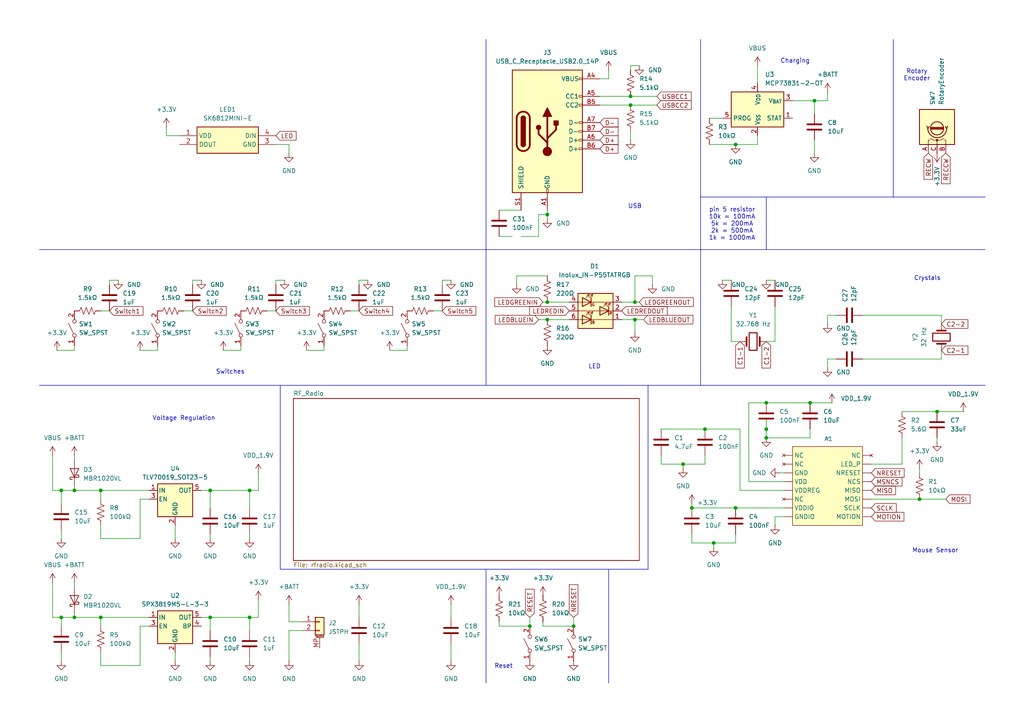
<source format=kicad_sch>
(kicad_sch (version 20250114) (generator "eeschema") (generator_version "9.0")
  (paper "A4")
  (title_block (title "beat") (rev "v1") (company "aerogull"))
  (text "Crystals" (at 268.986 80.772 0) (effects (font (size 1.27 1.27))))
  (text "Mouse Sensor" (at 271.272 159.766 0) (effects (font (size 1.27 1.27))))
  (text "LED" (at 172.466 106.426 0) (effects (font (size 1.27 1.27))))
  (text "Reset" (at 146.05 193.294 0) (effects (font (size 1.27 1.27))))
  (text "Voltage Regulation" (at 53.34 121.412 0) (effects (font (size 1.27 1.27))))
  (text "Charging" (at 230.632 17.78 0) (effects (font (size 1.27 1.27))))
  (text "Switches" (at 66.802 107.95 0) (effects (font (size 1.27 1.27))))
  (text "USB" (at 184.15 59.944 0) (effects (font (size 1.27 1.27))))
  (text "Rotary\nEncoder" (at 265.938 21.844 0) (effects (font (size 1.27 1.27))))
  (text "pin 5 resistor\n10k = 100mA\n5k = 200mA\n2k = 500mA\n1k = 1000mA" (at 212.344 65.024 0) (effects (font (size 1.27 1.27))))
  (junction (at 213.36 41.91))
  (junction (at 153.67 181.61))
  (junction (at 184.15 87.63))
  (junction (at 29.21 142.24))
  (junction (at 158.75 87.63))
  (junction (at 60.96 142.24))
  (junction (at 207.01 157.48))
  (junction (at 222.25 127))
  (junction (at 184.15 92.71))
  (junction (at 158.75 92.71))
  (junction (at 158.75 62.23))
  (junction (at 213.36 147.32))
  (junction (at 234.95 116.84))
  (junction (at 72.39 142.24))
  (junction (at 222.25 116.84))
  (junction (at 21.59 179.07))
  (junction (at 200.66 147.32))
  (junction (at 222.25 124.46))
  (junction (at 17.78 179.07))
  (junction (at 182.88 27.94))
  (junction (at 21.59 142.24))
  (junction (at 60.96 179.07))
  (junction (at 72.39 179.07))
  (junction (at 236.22 29.21))
  (junction (at 198.12 134.62))
  (junction (at 182.88 30.48))
  (junction (at 271.78 119.38))
  (junction (at 29.21 179.07))
  (junction (at 17.78 142.24))
  (junction (at 266.7 144.78))
  (junction (at 204.47 124.46))
  (junction (at 166.37 181.61))
  (wire (pts (xy 213.36 147.32) (xy 227.33 147.32)))
  (wire (pts (xy 104.14 81.28) (xy 104.14 82.55)))
  (wire (pts (xy 72.39 154.94) (xy 72.39 156.21)))
  (wire (pts (xy 156.21 62.23) (xy 158.75 62.23)))
  (wire (pts (xy 45.72 100.33) (xy 45.72 101.6)))
  (wire (pts (xy 16.51 101.6) (xy 21.59 101.6)))
  (wire (pts (xy 113.03 101.6) (xy 118.11 101.6)))
  (wire (pts (xy 101.6 90.17) (xy 104.14 90.17)))
  (wire (pts (xy 212.09 99.06) (xy 214.63 99.06)))
  (polyline (pts (xy 203.2 72.39) (xy 285.75 72.39)))
  (wire (pts (xy 191.77 124.46) (xy 204.47 124.46)))
  (wire (pts (xy 72.39 179.07) (xy 74.93 179.07)))
  (wire (pts (xy 29.21 142.24) (xy 29.21 144.78)))
  (wire (pts (xy 74.93 173.99) (xy 74.93 179.07)))
  (wire (pts (xy 273.05 104.14) (xy 273.05 101.6)))
  (wire (pts (xy 40.64 181.61) (xy 43.18 181.61)))
  (wire (pts (xy 227.33 139.7) (xy 217.17 139.7)))
  (wire (pts (xy 200.66 147.32) (xy 213.36 147.32)))
  (wire (pts (xy 80.01 81.28) (xy 80.01 82.55)))
  (wire (pts (xy 40.64 156.21) (xy 40.64 144.78)))
  (wire (pts (xy 69.85 100.33) (xy 69.85 101.6)))
  (wire (pts (xy 166.37 179.07) (xy 166.37 181.61)))
  (wire (pts (xy 180.34 87.63) (xy 184.15 87.63)))
  (wire (pts (xy 158.75 87.63) (xy 165.1 87.63)))
  (wire (pts (xy 60.96 179.07) (xy 60.96 182.88)))
  (wire (pts (xy 173.99 30.48) (xy 182.88 30.48)))
  (wire (pts (xy 21.59 179.07) (xy 29.21 179.07)))
  (wire (pts (xy 224.79 149.86) (xy 224.79 152.4)))
  (wire (pts (xy 200.66 157.48) (xy 207.01 157.48)))
  (polyline (pts (xy 203.2 11.43) (xy 203.2 72.39)))
  (wire (pts (xy 153.67 179.07) (xy 153.67 181.61)))
  (wire (pts (xy 125.73 90.17) (xy 128.27 90.17)))
  (polyline (pts (xy 203.2 72.39) (xy 203.2 111.76)))
  (wire (pts (xy 21.59 140.97) (xy 21.59 142.24)))
  (wire (pts (xy 149.86 80.01) (xy 158.75 80.01)))
  (wire (pts (xy 72.39 142.24) (xy 74.93 142.24)))
  (wire (pts (xy 58.42 179.07) (xy 60.96 179.07)))
  (wire (pts (xy 156.21 92.71) (xy 158.75 92.71)))
  (wire (pts (xy 271.78 119.38) (xy 279.4 119.38)))
  (wire (pts (xy 15.24 168.91) (xy 15.24 179.07)))
  (wire (pts (xy 242.57 91.44) (xy 240.03 91.44)))
  (wire (pts (xy 52.07 39.37) (xy 48.26 39.37)))
  (wire (pts (xy 60.96 142.24) (xy 72.39 142.24)))
  (polyline (pts (xy 140.97 11.43) (xy 140.97 72.39)))
  (wire (pts (xy 130.81 175.26) (xy 130.81 179.07)))
  (wire (pts (xy 83.82 41.91) (xy 83.82 44.45)))
  (wire (pts (xy 83.82 180.34) (xy 87.63 180.34)))
  (wire (pts (xy 118.11 100.33) (xy 118.11 101.6)))
  (wire (pts (xy 17.78 189.23) (xy 17.78 191.77)))
  (polyline (pts (xy 259.08 57.15) (xy 285.75 57.15)))
  (wire (pts (xy 21.59 177.8) (xy 21.59 179.07)))
  (wire (pts (xy 104.14 175.26) (xy 104.14 179.07)))
  (wire (pts (xy 271.78 127) (xy 271.78 128.27)))
  (wire (pts (xy 209.55 81.28) (xy 212.09 81.28)))
  (wire (pts (xy 29.21 142.24) (xy 43.18 142.24)))
  (wire (pts (xy 222.25 121.92) (xy 222.25 124.46)))
  (wire (pts (xy 29.21 90.17) (xy 31.75 90.17)))
  (wire (pts (xy 15.24 132.08) (xy 15.24 142.24)))
  (wire (pts (xy 58.42 142.24) (xy 60.96 142.24)))
  (wire (pts (xy 21.59 101.6) (xy 21.59 100.33)))
  (wire (pts (xy 77.47 90.17) (xy 80.01 90.17)))
  (wire (pts (xy 156.21 68.58) (xy 156.21 62.23)))
  (wire (pts (xy 219.71 19.05) (xy 219.71 24.13)))
  (wire (pts (xy 29.21 156.21) (xy 40.64 156.21)))
  (polyline (pts (xy 81.28 165.1) (xy 163.83 165.1)))
  (wire (pts (xy 158.75 60.96) (xy 158.75 62.23)))
  (wire (pts (xy 157.48 180.34) (xy 157.48 181.61)))
  (wire (pts (xy 17.78 179.07) (xy 17.78 181.61)))
  (wire (pts (xy 224.79 99.06) (xy 222.25 99.06)))
  (wire (pts (xy 21.59 142.24) (xy 29.21 142.24)))
  (wire (pts (xy 31.75 81.28) (xy 34.29 81.28)))
  (wire (pts (xy 17.78 142.24) (xy 21.59 142.24)))
  (wire (pts (xy 185.42 19.05) (xy 182.88 19.05)))
  (wire (pts (xy 158.75 62.23) (xy 158.75 63.5)))
  (wire (pts (xy 72.39 179.07) (xy 72.39 182.88)))
  (wire (pts (xy 240.03 104.14) (xy 240.03 106.68)))
  (wire (pts (xy 83.82 180.34) (xy 83.82 175.26)))
  (wire (pts (xy 29.21 179.07) (xy 43.18 179.07)))
  (wire (pts (xy 130.81 186.69) (xy 130.81 191.77)))
  (wire (pts (xy 158.75 92.71) (xy 165.1 92.71)))
  (wire (pts (xy 184.15 92.71) (xy 186.69 92.71)))
  (wire (pts (xy 222.25 127) (xy 234.95 127)))
  (wire (pts (xy 17.78 142.24) (xy 17.78 146.05)))
  (wire (pts (xy 88.9 101.6) (xy 93.98 101.6)))
  (polyline (pts (xy 222.25 57.15) (xy 222.25 72.39)))
  (wire (pts (xy 222.25 116.84) (xy 234.95 116.84)))
  (wire (pts (xy 106.68 81.28) (xy 104.14 81.28)))
  (wire (pts (xy 149.86 82.55) (xy 149.86 80.01)))
  (wire (pts (xy 222.25 124.46) (xy 222.25 127)))
  (wire (pts (xy 250.19 91.44) (xy 273.05 91.44)))
  (wire (pts (xy 58.42 81.28) (xy 55.88 81.28)))
  (wire (pts (xy 21.59 132.08) (xy 21.59 133.35)))
  (wire (pts (xy 40.64 144.78) (xy 43.18 144.78)))
  (wire (pts (xy 234.95 116.84) (xy 241.3 116.84)))
  (polyline (pts (xy 187.96 111.76) (xy 285.75 111.76)))
  (polyline (pts (xy 140.97 72.39) (xy 140.97 111.76)))
  (wire (pts (xy 144.78 60.96) (xy 151.13 60.96)))
  (wire (pts (xy 60.96 142.24) (xy 60.96 147.32)))
  (wire (pts (xy 50.8 152.4) (xy 50.8 156.21)))
  (polyline (pts (xy 187.96 165.1) (xy 187.96 111.76)))
  (polyline (pts (xy 140.97 198.12) (xy 140.97 165.1)))
  (wire (pts (xy 252.73 134.62) (xy 261.62 134.62)))
  (wire (pts (xy 227.33 149.86) (xy 224.79 149.86)))
  (wire (pts (xy 273.05 91.44) (xy 273.05 93.98)))
  (wire (pts (xy 17.78 179.07) (xy 21.59 179.07)))
  (wire (pts (xy 191.77 132.08) (xy 191.77 134.62)))
  (wire (pts (xy 182.88 19.05) (xy 182.88 20.32)))
  (wire (pts (xy 74.93 137.16) (xy 74.93 142.24)))
  (wire (pts (xy 173.99 27.94) (xy 182.88 27.94)))
  (wire (pts (xy 29.21 152.4) (xy 29.21 156.21)))
  (wire (pts (xy 213.36 154.94) (xy 213.36 157.48)))
  (polyline (pts (xy 176.53 165.1) (xy 176.53 198.12)))
  (wire (pts (xy 240.03 29.21) (xy 240.03 26.67)))
  (wire (pts (xy 184.15 87.63) (xy 185.42 87.63)))
  (wire (pts (xy 176.53 22.86) (xy 176.53 20.32)))
  (wire (pts (xy 240.03 91.44) (xy 240.03 93.98)))
  (wire (pts (xy 60.96 154.94) (xy 60.96 156.21)))
  (polyline (pts (xy 203.2 57.15) (xy 259.08 57.15)))
  (wire (pts (xy 53.34 90.17) (xy 55.88 90.17)))
  (wire (pts (xy 204.47 134.62) (xy 204.47 132.08)))
  (wire (pts (xy 217.17 139.7) (xy 217.17 116.84)))
  (wire (pts (xy 157.48 181.61) (xy 166.37 181.61)))
  (wire (pts (xy 191.77 134.62) (xy 198.12 134.62)))
  (wire (pts (xy 200.66 154.94) (xy 200.66 157.48)))
  (polyline (pts (xy 163.83 165.1) (xy 187.96 165.1)))
  (wire (pts (xy 236.22 40.64) (xy 236.22 44.45)))
  (wire (pts (xy 182.88 27.94) (xy 190.5 27.94)))
  (wire (pts (xy 144.78 180.34) (xy 144.78 181.61)))
  (wire (pts (xy 48.26 39.37) (xy 48.26 36.83)))
  (polyline (pts (xy 163.83 111.76) (xy 187.96 111.76)))
  (wire (pts (xy 83.82 182.88) (xy 87.63 182.88)))
  (wire (pts (xy 64.77 101.6) (xy 69.85 101.6)))
  (wire (pts (xy 72.39 190.5) (xy 72.39 191.77)))
  (wire (pts (xy 184.15 87.63) (xy 184.15 80.01)))
  (wire (pts (xy 128.27 81.28) (xy 128.27 82.55)))
  (wire (pts (xy 104.14 186.69) (xy 104.14 191.77)))
  (wire (pts (xy 151.13 68.58) (xy 156.21 68.58)))
  (polyline (pts (xy 11.43 72.39) (xy 140.97 72.39)))
  (wire (pts (xy 60.96 179.07) (xy 72.39 179.07)))
  (wire (pts (xy 236.22 29.21) (xy 240.03 29.21)))
  (wire (pts (xy 234.95 127) (xy 234.95 124.46)))
  (wire (pts (xy 219.71 41.91) (xy 213.36 41.91)))
  (wire (pts (xy 224.79 88.9) (xy 224.79 99.06)))
  (wire (pts (xy 144.78 181.61) (xy 153.67 181.61)))
  (wire (pts (xy 198.12 134.62) (xy 198.12 135.89)))
  (wire (pts (xy 31.75 81.28) (xy 31.75 82.55)))
  (wire (pts (xy 83.82 182.88) (xy 83.82 191.77)))
  (wire (pts (xy 226.06 137.16) (xy 227.33 137.16)))
  (wire (pts (xy 222.25 81.28) (xy 224.79 81.28)))
  (polyline (pts (xy 81.28 111.76) (xy 163.83 111.76)))
  (wire (pts (xy 214.63 124.46) (xy 204.47 124.46)))
  (wire (pts (xy 214.63 142.24) (xy 214.63 124.46)))
  (wire (pts (xy 29.21 179.07) (xy 29.21 181.61)))
  (wire (pts (xy 40.64 193.04) (xy 40.64 181.61)))
  (wire (pts (xy 261.62 119.38) (xy 271.78 119.38)))
  (wire (pts (xy 209.55 34.29) (xy 205.74 34.29)))
  (wire (pts (xy 213.36 41.91) (xy 205.74 41.91)))
  (polyline (pts (xy 140.97 72.39) (xy 203.2 72.39)))
  (wire (pts (xy 182.88 38.1) (xy 182.88 40.64)))
  (wire (pts (xy 227.33 142.24) (xy 214.63 142.24)))
  (wire (pts (xy 236.22 29.21) (xy 236.22 33.02)))
  (wire (pts (xy 82.55 81.28) (xy 80.01 81.28)))
  (wire (pts (xy 184.15 92.71) (xy 184.15 96.52)))
  (wire (pts (xy 182.88 30.48) (xy 190.5 30.48)))
  (wire (pts (xy 17.78 153.67) (xy 17.78 156.21)))
  (wire (pts (xy 250.19 104.14) (xy 273.05 104.14)))
  (wire (pts (xy 80.01 41.91) (xy 83.82 41.91)))
  (polyline (pts (xy 259.08 11.43) (xy 259.08 57.15)))
  (wire (pts (xy 40.64 101.6) (xy 45.72 101.6)))
  (wire (pts (xy 93.98 101.6) (xy 93.98 100.33)))
  (wire (pts (xy 144.78 68.58) (xy 148.59 68.58)))
  (wire (pts (xy 50.8 189.23) (xy 50.8 191.77)))
  (wire (pts (xy 184.15 80.01) (xy 189.23 80.01)))
  (wire (pts (xy 173.99 22.86) (xy 176.53 22.86)))
  (wire (pts (xy 180.34 92.71) (xy 184.15 92.71)))
  (wire (pts (xy 261.62 127) (xy 261.62 134.62)))
  (wire (pts (xy 217.17 116.84) (xy 222.25 116.84)))
  (wire (pts (xy 60.96 190.5) (xy 60.96 191.77)))
  (wire (pts (xy 207.01 157.48) (xy 213.36 157.48)))
  (wire (pts (xy 29.21 189.23) (xy 29.21 193.04)))
  (wire (pts (xy 212.09 88.9) (xy 212.09 99.06)))
  (wire (pts (xy 189.23 80.01) (xy 189.23 82.55)))
  (wire (pts (xy 240.03 104.14) (xy 242.57 104.14)))
  (wire (pts (xy 198.12 134.62) (xy 204.47 134.62)))
  (wire (pts (xy 229.87 29.21) (xy 236.22 29.21)))
  (wire (pts (xy 207.01 157.48) (xy 207.01 158.75)))
  (polyline (pts (xy 81.28 111.76) (xy 81.28 165.1)))
  (wire (pts (xy 15.24 142.24) (xy 17.78 142.24)))
  (wire (pts (xy 266.7 144.78) (xy 274.32 144.78)))
  (wire (pts (xy 29.21 193.04) (xy 40.64 193.04)))
  (wire (pts (xy 219.71 39.37) (xy 219.71 41.91)))
  (polyline (pts (xy 11.43 111.76) (xy 81.28 111.76)))
  (wire (pts (xy 266.7 135.89) (xy 266.7 137.16)))
  (wire (pts (xy 21.59 170.18) (xy 21.59 168.91)))
  (wire (pts (xy 15.24 179.07) (xy 17.78 179.07)))
  (wire (pts (xy 55.88 81.28) (xy 55.88 82.55)))
  (wire (pts (xy 72.39 142.24) (xy 72.39 147.32)))
  (wire (pts (xy 157.48 87.63) (xy 158.75 87.63)))
  (wire (pts (xy 200.66 146.05) (xy 200.66 147.32)))
  (wire (pts (xy 252.73 144.78) (xy 266.7 144.78)))
  (wire (pts (xy 130.81 81.28) (xy 128.27 81.28)))
  (global_label "D-" (shape input) (at 173.99 38.1 0) (property "Intersheetrefs" "${INTERSHEET_REFS}" (effects (hide yes))))
  (global_label "LEDGREENIN" (shape input) (at 157.48 87.63 180) (property "Intersheetrefs" "${INTERSHEET_REFS}" (effects (hide yes))))
  (global_label "LEDREDOUT" (shape input) (at 180.34 90.17 0) (property "Intersheetrefs" "${INTERSHEET_REFS}" (effects (hide yes))))
  (global_label "D+" (shape input) (at 173.99 40.64 0) (property "Intersheetrefs" "${INTERSHEET_REFS}" (effects (hide yes))))
  (global_label "C1-1" (shape input) (at 214.63 99.06 270) (property "Intersheetrefs" "${INTERSHEET_REFS}" (effects (hide yes))))
  (global_label "Switch4" (shape input) (at 104.14 90.17 0) (property "Intersheetrefs" "${INTERSHEET_REFS}" (effects (hide yes))))
  (global_label "NRESET" (shape input) (at 166.37 179.07 90) (property "Intersheetrefs" "${INTERSHEET_REFS}" (effects (hide yes))))
  (global_label "Switch2" (shape input) (at 55.88 90.17 0) (property "Intersheetrefs" "${INTERSHEET_REFS}" (effects (hide yes))))
  (global_label "NRESET" (shape input) (at 252.73 137.16 0) (property "Intersheetrefs" "${INTERSHEET_REFS}" (effects (hide yes))))
  (global_label "D+" (shape input) (at 173.99 43.18 0) (property "Intersheetrefs" "${INTERSHEET_REFS}" (effects (hide yes))))
  (global_label "Switch1" (shape input) (at 31.75 90.17 0) (property "Intersheetrefs" "${INTERSHEET_REFS}" (effects (hide yes))))
  (global_label "C2-2" (shape input) (at 273.05 93.98 0) (property "Intersheetrefs" "${INTERSHEET_REFS}" (effects (hide yes))))
  (global_label "MOTION" (shape input) (at 252.73 149.86 0) (property "Intersheetrefs" "${INTERSHEET_REFS}" (effects (hide yes))))
  (global_label "C1-2" (shape input) (at 222.25 99.06 270) (property "Intersheetrefs" "${INTERSHEET_REFS}" (effects (hide yes))))
  (global_label "MSNCS" (shape input) (at 252.73 139.7 0) (property "Intersheetrefs" "${INTERSHEET_REFS}" (effects (hide yes))))
  (global_label "USBCC1" (shape input) (at 190.5 27.94 0) (property "Intersheetrefs" "${INTERSHEET_REFS}" (effects (hide yes))))
  (global_label "RECW" (shape input) (at 269.24 44.45 270) (property "Intersheetrefs" "${INTERSHEET_REFS}" (effects (hide yes))))
  (global_label "MISO" (shape input) (at 252.73 142.24 0) (property "Intersheetrefs" "${INTERSHEET_REFS}" (effects (hide yes))))
  (global_label "MOSI" (shape input) (at 274.32 144.78 0) (property "Intersheetrefs" "${INTERSHEET_REFS}" (effects (hide yes))))
  (global_label "LEDBLUEIN" (shape input) (at 156.21 92.71 180) (property "Intersheetrefs" "${INTERSHEET_REFS}" (effects (hide yes))))
  (global_label "SCLK" (shape input) (at 252.73 147.32 0) (property "Intersheetrefs" "${INTERSHEET_REFS}" (effects (hide yes))))
  (global_label "C2-1" (shape input) (at 273.05 101.6 0) (property "Intersheetrefs" "${INTERSHEET_REFS}" (effects (hide yes))))
  (global_label "LEDGREENOUT" (shape input) (at 185.42 87.63 0) (property "Intersheetrefs" "${INTERSHEET_REFS}" (effects (hide yes))))
  (global_label "LED" (shape input) (at 80.01 39.37 0) (property "Intersheetrefs" "${INTERSHEET_REFS}" (effects (hide yes))))
  (global_label "LEDBLUEOUT" (shape input) (at 186.69 92.71 0) (property "Intersheetrefs" "${INTERSHEET_REFS}" (effects (hide yes))))
  (global_label "LEDREDIN" (shape input) (at 165.1 90.17 180) (property "Intersheetrefs" "${INTERSHEET_REFS}" (effects (hide yes))))
  (global_label "USBCC2" (shape input) (at 190.5 30.48 0) (property "Intersheetrefs" "${INTERSHEET_REFS}" (effects (hide yes))))
  (global_label "D-" (shape input) (at 173.99 35.56 0) (property "Intersheetrefs" "${INTERSHEET_REFS}" (effects (hide yes))))
  (global_label "RECCW" (shape input) (at 274.32 44.45 270) (property "Intersheetrefs" "${INTERSHEET_REFS}" (effects (hide yes))))
  (global_label "Switch5" (shape input) (at 128.27 90.17 0) (property "Intersheetrefs" "${INTERSHEET_REFS}" (effects (hide yes))))
  (global_label "Switch3" (shape input) (at 80.01 90.17 0) (property "Intersheetrefs" "${INTERSHEET_REFS}" (effects (hide yes))))
  (global_label "RESET" (shape input) (at 153.67 179.07 90) (property "Intersheetrefs" "${INTERSHEET_REFS}" (effects (hide yes))))
  (symbol (lib_id "power:+BATT") (at 21.59 132.08 0) (unit 1)
    (property "Reference" "#PWR037" (effects (hide yes)))
    (property "Value" "+BATT" (at 21.59 127 0))
    (property "Description" "Power symbol creates a global label with name \"+BATT\"" (effects (hide yes)))
  )
  (symbol (lib_id "Connector_Generic_MountingPin:Conn_01x02_MountingPin") (at 92.71 180.34 0) (unit 1)
    (property "Reference" "J2" (at 95.25 180.6955 0) (effects (justify left)))
    (property "Value" "JSTPH" (at 95.25 183.2355 0) (effects (justify left)))
    (property "Description" "Generic connectable mounting pin connector, single row, 01x02, script generated (kicad-library-utils/schlib/autogen/connector/)" (effects (hide yes)))
  )
  (symbol (lib_id "Device:R_US") (at 121.92 90.17 90) (unit 1)
    (property "Reference" "R13" (at 121.92 83.82 90))
    (property "Value" "1.5kΩ" (at 121.92 86.36 90))
    (property "Description" "Resistor, US symbol" (effects (hide yes)))
  )
  (symbol (lib_id "power:GND") (at 182.88 40.64 0) (unit 1)
    (property "Reference" "#PWR057" (effects (hide yes)))
    (property "Value" "GND" (at 182.88 45.72 0))
    (property "Description" "Power symbol creates a global label with name \"GND\" , ground" (effects (hide yes)))
  )
  (symbol (lib_id "power:GND") (at 60.96 156.21 0) (unit 1)
    (property "Reference" "#PWR038" (effects (hide yes)))
    (property "Value" "GND" (at 60.96 161.29 0))
    (property "Description" "Power symbol creates a global label with name \"GND\" , ground" (effects (hide yes)))
  )
  (symbol (lib_id "Device:C") (at 72.39 151.13 0) (unit 1)
    (property "Reference" "C17" (at 76.2 149.8599 0) (effects (justify left)))
    (property "Value" "1uF" (at 76.2 152.3999 0) (effects (justify left)))
    (property "Description" "Unpolarized capacitor" (effects (hide yes)))
  )
  (symbol (lib_id "power:+3.3V") (at 48.26 36.83 0) (unit 1)
    (property "Reference" "#PWR082" (effects (hide yes)))
    (property "Value" "+3.3V" (at 48.26 31.75 0))
    (property "Description" "Power symbol creates a global label with name \"+3.3V\"" (effects (hide yes)))
  )
  (symbol (lib_id "power:GND") (at 83.82 44.45 0) (unit 1)
    (property "Reference" "#PWR083" (effects (hide yes)))
    (property "Value" "GND" (at 83.82 49.53 0))
    (property "Description" "Power symbol creates a global label with name \"GND\" , ground" (effects (hide yes)))
  )
  (symbol (lib_id "Custom:SK6812MINI-E") (at 52.07 39.37 0) (unit 1)
    (property "Reference" "LED1" (at 66.04 31.75 0))
    (property "Value" "SK6812MINI-E" (at 66.04 34.29 0))
    (property "Footprint" "SK6812MINIE" (effects (hide yes)))
    (property "Datasheet" "http://yushakobo.jp/ds/YS-SK6812MINI-E.pdf" (effects (hide yes)))
    (property "Description" "3.2x2.8x1.78 mm 0.2W Intelligent external control surface mount SMD LED (MSL:5a)" (effects (hide yes)))
    (property "Height" "1.88" (effects (hide yes)))
    (property "Manufacturer_Name" "Yellow Stone Corp." (effects (hide yes)))
    (property "Manufacturer_Part_Number" "SK6812MINI-E" (effects (hide yes)))
  )
  (symbol (lib_id "power:GND") (at 222.25 81.28 0) (unit 1)
    (property "Reference" "#PWR066" (effects (hide yes)))
    (property "Value" "GND" (at 224.79 82.5499 0) (effects (justify left)))
    (property "Description" "Power symbol creates a global label with name \"GND\" , ground" (effects (hide yes)))
  )
  (symbol (lib_id "power:GND") (at 153.67 191.77 0) (unit 1)
    (property "Reference" "#PWR029" (effects (hide yes)))
    (property "Value" "GND" (at 153.67 196.85 0))
    (property "Description" "Power symbol creates a global label with name \"GND\" , ground" (effects (hide yes)))
  )
  (symbol (lib_id "Device:C") (at 222.25 120.65 0) (unit 1)
    (property "Reference" "C5" (at 226.06 119.3799 0) (effects (justify left)))
    (property "Value" "100nF" (at 226.06 121.9199 0) (effects (justify left)))
    (property "Description" "Unpolarized capacitor" (effects (hide yes)))
  )
  (symbol (lib_id "Regulator_Linear:TLV70019_SOT23-5") (at 50.8 144.78 0) (unit 1)
    (property "Reference" "U4" (at 50.8 135.89 0))
    (property "Value" "TLV70019_SOT23-5" (at 50.8 138.43 0))
    (property "Footprint" "Package_TO_SOT_SMD:SOT-23-5" (effects (hide yes)))
    (property "Datasheet" "http://www.ti.com/lit/ds/symlink/tlv700.pdf" (effects (hide yes)))
    (property "Description" "200mA Low Dropout Voltage Regulator, Fixed Output 1.9V, SOT-23-5" (effects (hide yes)))
  )
  (symbol (lib_id "Switch:SW_SPST") (at 69.85 95.25 90) (unit 1)
    (property "Reference" "SW3" (at 71.12 93.9799 90) (effects (justify right)))
    (property "Value" "SW_SPST" (at 71.12 96.5199 90) (effects (justify right)))
    (property "Description" "Single Pole Single Throw (SPST) switch" (effects (hide yes)))
  )
  (symbol (lib_id "Switch:SW_SPST") (at 93.98 95.25 90) (unit 1)
    (property "Reference" "SW4" (at 95.25 93.9799 90) (effects (justify right)))
    (property "Value" "SW_SPST" (at 95.25 96.5199 90) (effects (justify right)))
    (property "Description" "Single Pole Single Throw (SPST) switch" (effects (hide yes)))
  )
  (symbol (lib_id "Device:C") (at 104.14 86.36 0) (unit 1)
    (property "Reference" "C22" (at 107.95 85.0899 0) (effects (justify left)))
    (property "Value" "1uF" (at 107.95 87.6299 0) (effects (justify left)))
    (property "Description" "Unpolarized capacitor" (effects (hide yes)))
  )
  (symbol (lib_id "custom-mouse-symbols:PAW3395") (at 240.03 142.24 0) (unit 1)
    (property "Reference" "A1" (at 240.284 127.254 0))
    (property "Value" "~" (at 240.03 127 0))
  )
  (symbol (lib_id "Device:C") (at 104.14 182.88 0) (unit 1)
    (property "Reference" "C12" (at 107.95 181.6099 0) (effects (justify left)))
    (property "Value" "10uF" (at 107.95 184.1499 0) (effects (justify left)))
    (property "Description" "Unpolarized capacitor" (effects (hide yes)))
  )
  (symbol (lib_id "power:GND") (at 58.42 81.28 0) (unit 1)
    (property "Reference" "#PWR047" (effects (hide yes)))
    (property "Value" "GND" (at 60.96 82.5499 0) (effects (justify left)))
    (property "Description" "Power symbol creates a global label with name \"GND\" , ground" (effects (hide yes)))
  )
  (symbol (lib_id "power:+3.3V") (at 64.77 101.6 0) (unit 1)
    (property "Reference" "#PWR048" (effects (hide yes)))
    (property "Value" "+3.3V" (at 64.77 96.52 0))
    (property "Description" "Power symbol creates a global label with name \"+3.3V\"" (effects (hide yes)))
  )
  (symbol (lib_id "power:+3.3V") (at 104.14 175.26 0) (unit 1)
    (property "Reference" "#PWR027" (effects (hide yes)))
    (property "Value" "+3.3V" (at 104.14 170.18 0))
    (property "Description" "Power symbol creates a global label with name \"+3.3V\"" (effects (hide yes)))
  )
  (symbol (lib_id "Device:R_US") (at 49.53 90.17 90) (unit 1)
    (property "Reference" "R10" (at 49.53 83.82 90))
    (property "Value" "1.5kΩ" (at 49.53 86.36 90))
    (property "Description" "Resistor, US symbol" (effects (hide yes)))
  )
  (symbol (lib_id "Device:C") (at 60.96 186.69 0) (unit 1)
    (property "Reference" "C10" (at 64.77 185.4199 0) (effects (justify left)))
    (property "Value" "10uF" (at 64.77 187.9599 0) (effects (justify left)))
    (property "Description" "Unpolarized capacitor" (effects (hide yes)))
  )
  (symbol (lib_id "Device:C") (at 72.39 186.69 0) (unit 1)
    (property "Reference" "C11" (at 76.2 185.4199 0) (effects (justify left)))
    (property "Value" "1uF" (at 76.2 187.9599 0) (effects (justify left)))
    (property "Description" "Unpolarized capacitor" (effects (hide yes)))
  )
  (symbol (lib_id "Connector:USB_C_Receptacle_USB2.0_14P") (at 158.75 38.1 0) (unit 1)
    (property "Reference" "J3" (at 158.75 15.24 0))
    (property "Value" "USB_C_Receptacle_USB2.0_14P" (at 158.75 17.78 0))
    (property "Datasheet" "https://www.usb.org/sites/default/files/documents/usb_type-c.zip" (effects (hide yes)))
    (property "Description" "USB 2.0-only 14P Type-C Receptacle connector" (effects (hide yes)))
  )
  (symbol (lib_id "power:GND") (at 106.68 81.28 0) (unit 1)
    (property "Reference" "#PWR051" (effects (hide yes)))
    (property "Value" "GND" (at 109.22 82.5499 0) (effects (justify left)))
    (property "Description" "Power symbol creates a global label with name \"GND\" , ground" (effects (hide yes)))
  )
  (symbol (lib_id "Device:R_US") (at 182.88 34.29 180) (unit 1)
    (property "Reference" "R15" (at 185.42 33.0199 0) (effects (justify right)))
    (property "Value" "5.1kΩ" (at 185.42 35.5599 0) (effects (justify right)))
    (property "Description" "Resistor, US symbol" (effects (hide yes)))
  )
  (symbol (lib_id "power:GND") (at 236.22 44.45 0) (unit 1)
    (property "Reference" "#PWR016" (effects (hide yes)))
    (property "Value" "GND" (at 236.22 49.53 0))
    (property "Description" "Power symbol creates a global label with name \"GND\" , ground" (effects (hide yes)))
  )
  (symbol (lib_id "Device:R_US") (at 266.7 140.97 0) (unit 1)
    (property "Reference" "R1" (at 269.24 139.6999 0) (effects (justify left)))
    (property "Value" "10kΩ" (at 269.24 142.2399 0) (effects (justify left)))
    (property "Description" "Resistor, US symbol" (effects (hide yes)))
  )
  (symbol (lib_id "Device:C") (at 144.78 64.77 0) (unit 1)
    (property "Reference" "C31" (at 148.59 63.4999 0) (effects (justify left)))
    (property "Value" "100nF" (at 148.59 66.0399 0) (effects (justify left)))
    (property "Description" "Unpolarized capacitor" (effects (hide yes)))
  )
  (symbol (lib_id "power:VBUS") (at 176.53 20.32 0) (unit 1)
    (property "Reference" "#PWR056" (effects (hide yes)))
    (property "Value" "VBUS" (at 176.53 15.24 0))
    (property "Description" "Power symbol creates a global label with name \"VBUS\"" (effects (hide yes)))
  )
  (symbol (lib_id "Device:R_US") (at 157.48 176.53 180) (unit 1)
    (property "Reference" "R20" (at 160.02 175.2599 0) (effects (justify right)))
    (property "Value" "10kΩ" (at 160.02 177.7999 0) (effects (justify right)))
    (property "Description" "Resistor, US symbol" (effects (hide yes)))
  )
  (symbol (lib_id "Switch:SW_SPST") (at 21.59 95.25 90) (unit 1)
    (property "Reference" "SW1" (at 22.86 93.9799 90) (effects (justify right)))
    (property "Value" "SW_SPST" (at 22.86 96.5199 90) (effects (justify right)))
    (property "Description" "Single Pole Single Throw (SPST) switch" (effects (hide yes)))
  )
  (symbol (lib_id "power:+3.3V") (at 88.9 101.6 0) (unit 1)
    (property "Reference" "#PWR050" (effects (hide yes)))
    (property "Value" "+3.3V" (at 88.9 96.52 0))
    (property "Description" "Power symbol creates a global label with name \"+3.3V\"" (effects (hide yes)))
  )
  (symbol (lib_id "power:VDD") (at 130.81 175.26 0) (unit 1)
    (property "Reference" "#PWR042" (effects (hide yes)))
    (property "Value" "VDD_1.9V" (at 130.81 170.18 0))
    (property "Description" "Power symbol creates a global label with name \"VDD\"" (effects (hide yes)))
  )
  (symbol (lib_id "power:GND") (at 158.75 63.5 0) (unit 1)
    (property "Reference" "#PWR055" (effects (hide yes)))
    (property "Value" "GND" (at 161.29 64.7699 0) (effects (justify left)))
    (property "Description" "Power symbol creates a global label with name \"GND\" , ground" (effects (hide yes)))
  )
  (symbol (lib_id "Device:R_US") (at 158.75 83.82 180) (unit 1)
    (property "Reference" "R17" (at 161.29 82.5499 0) (effects (justify right)))
    (property "Value" "220Ω" (at 161.29 85.0899 0) (effects (justify right)))
    (property "Description" "Resistor, US symbol" (effects (hide yes)))
  )
  (symbol (lib_id "power:GND") (at 240.03 106.68 0) (unit 1)
    (property "Reference" "#PWR067" (effects (hide yes)))
    (property "Value" "GND" (at 242.57 107.9499 0) (effects (justify left)))
    (property "Description" "Power symbol creates a global label with name \"GND\" , ground" (effects (hide yes)))
  )
  (symbol (lib_id "Device:C") (at 224.79 85.09 0) (unit 1)
    (property "Reference" "C25" (at 228.6 83.8199 0) (effects (justify left)))
    (property "Value" "12pF" (at 228.6 86.3599 0) (effects (justify left)))
    (property "Description" "Unpolarized capacitor" (effects (hide yes)))
  )
  (symbol (lib_id "Diode:MBR1020VL") (at 21.59 173.99 90) (unit 1)
    (property "Reference" "D2" (at 24.13 173.0374 90) (effects (justify right)))
    (property "Value" "MBR1020VL" (at 24.13 175.5774 90) (effects (justify right)))
    (property "Footprint" "Diode_SMD:D_SOD-123F" (effects (hide yes)))
    (property "Datasheet" "https://www.onsemi.com/pub/Collateral/MBR1020VL-D.PDF" (effects (hide yes)))
    (property "Description" "20V, 1A, 340 mV, Schottky Diode Rectifier, SOD-123F" (effects (hide yes)))
  )
  (symbol (lib_id "power:GND") (at 17.78 191.77 0) (unit 1)
    (property "Reference" "#PWR019" (effects (hide yes)))
    (property "Value" "GND" (at 17.78 196.85 0))
    (property "Description" "Power symbol creates a global label with name \"GND\" , ground" (effects (hide yes)))
  )
  (symbol (lib_id "power:GND") (at 207.01 158.75 0) (unit 1)
    (property "Reference" "#PWR04" (effects (hide yes)))
    (property "Value" "GND" (at 207.01 163.83 0))
    (property "Description" "Power symbol creates a global label with name \"GND\" , ground" (effects (hide yes)))
  )
  (symbol (lib_id "Device:C") (at 234.95 120.65 0) (unit 1)
    (property "Reference" "C6" (at 238.76 119.3799 0) (effects (justify left)))
    (property "Value" "10uF" (at 238.76 121.9199 0) (effects (justify left)))
    (property "Description" "Unpolarized capacitor" (effects (hide yes)))
  )
  (symbol (lib_id "power:+3.3V") (at 271.78 44.45 180) (unit 1)
    (property "Reference" "#PWR054" (effects (hide yes)))
    (property "Value" "+3.3V" (at 271.7799 48.26 90) (effects (justify left)))
    (property "Description" "Power symbol creates a global label with name \"+3.3V\"" (effects (hide yes)))
  )
  (symbol (lib_id "power:+3.3V") (at 40.64 101.6 0) (unit 1)
    (property "Reference" "#PWR046" (effects (hide yes)))
    (property "Value" "+3.3V" (at 40.64 96.52 0))
    (property "Description" "Power symbol creates a global label with name \"+3.3V\"" (effects (hide yes)))
  )
  (symbol (lib_id "power:GND") (at 158.75 100.33 0) (unit 1)
    (property "Reference" "#PWR012" (effects (hide yes)))
    (property "Value" "GND" (at 158.75 105.41 0))
    (property "Description" "Power symbol creates a global label with name \"GND\" , ground" (effects (hide yes)))
  )
  (symbol (lib_id "power:GND") (at 104.14 191.77 0) (unit 1)
    (property "Reference" "#PWR026" (effects (hide yes)))
    (property "Value" "GND" (at 104.14 196.85 0))
    (property "Description" "Power symbol creates a global label with name \"GND\" , ground" (effects (hide yes)))
  )
  (symbol (lib_id "Device:RotaryEncoder") (at 271.78 36.83 90) (unit 1)
    (property "Reference" "SW7" (at 270.5099 30.48 0) (effects (justify left)))
    (property "Value" "RotaryEncoder" (at 273.0499 30.48 0) (effects (justify left)))
    (property "Description" "Rotary encoder, dual channel, incremental quadrate outputs" (effects (hide yes)))
  )
  (symbol (lib_id "Device:C") (at 246.38 104.14 90) (unit 1)
    (property "Reference" "C26" (at 245.1099 100.33 0) (effects (justify left)))
    (property "Value" "12pF" (at 247.6499 100.33 0) (effects (justify left)))
    (property "Description" "Unpolarized capacitor" (effects (hide yes)))
  )
  (symbol (lib_id "power:VDD") (at 74.93 137.16 0) (unit 1)
    (property "Reference" "#PWR041" (effects (hide yes)))
    (property "Value" "VDD_1.9V" (at 74.93 132.08 0))
    (property "Description" "Power symbol creates a global label with name \"VDD\"" (effects (hide yes)))
  )
  (symbol (lib_id "power:GND") (at 149.86 82.55 0) (unit 1)
    (property "Reference" "#PWR061" (effects (hide yes)))
    (property "Value" "GND" (at 152.4 83.8199 0) (effects (justify left)))
    (property "Description" "Power symbol creates a global label with name \"GND\" , ground" (effects (hide yes)))
  )
  (symbol (lib_id "Device:R_US") (at 29.21 148.59 0) (unit 1)
    (property "Reference" "R8" (at 31.75 147.3199 0) (effects (justify left)))
    (property "Value" "100kΩ" (at 31.75 149.8599 0) (effects (justify left)))
    (property "Description" "Resistor, US symbol" (effects (hide yes)))
  )
  (symbol (lib_id "power:GND") (at 82.55 81.28 0) (unit 1)
    (property "Reference" "#PWR049" (effects (hide yes)))
    (property "Value" "GND" (at 85.09 82.5499 0) (effects (justify left)))
    (property "Description" "Power symbol creates a global label with name \"GND\" , ground" (effects (hide yes)))
  )
  (symbol (lib_id "Device:R_US") (at 261.62 123.19 0) (unit 1)
    (property "Reference" "R2" (at 264.16 121.9199 0) (effects (justify left)))
    (property "Value" "5.6Ω" (at 264.16 124.4599 0) (effects (justify left)))
    (property "Description" "Resistor, US symbol" (effects (hide yes)))
  )
  (symbol (lib_id "power:GND") (at 185.42 19.05 0) (unit 1)
    (property "Reference" "#PWR058" (effects (hide yes)))
    (property "Value" "GND" (at 187.96 20.3199 0) (effects (justify left)))
    (property "Description" "Power symbol creates a global label with name \"GND\" , ground" (effects (hide yes)))
  )
  (symbol (lib_id "power:+3.3V") (at 16.51 101.6 0) (unit 1)
    (property "Reference" "#PWR045" (effects (hide yes)))
    (property "Value" "+3.3V" (at 16.51 96.52 0))
    (property "Description" "Power symbol creates a global label with name \"+3.3V\"" (effects (hide yes)))
  )
  (symbol (lib_id "power:GND") (at 166.37 191.77 0) (unit 1)
    (property "Reference" "#PWR011" (effects (hide yes)))
    (property "Value" "GND" (at 166.37 196.85 0))
    (property "Description" "Power symbol creates a global label with name \"GND\" , ground" (effects (hide yes)))
  )
  (symbol (lib_id "power:VDD") (at 241.3 116.84 0) (unit 1)
    (property "Reference" "#PWR09" (effects (hide yes)))
    (property "Value" "VDD_1.9V" (at 243.84 115.5699 0) (effects (justify left)))
    (property "Description" "Power symbol creates a global label with name \"VDD\"" (effects (hide yes)))
  )
  (symbol (lib_id "power:GND") (at 226.06 137.16 270) (unit 1)
    (property "Reference" "#PWR01" (effects (hide yes)))
    (property "Value" "GND" (at 222.25 137.1599 90) (effects (justify right)))
    (property "Description" "Power symbol creates a global label with name \"GND\" , ground" (effects (hide yes)))
  )
  (symbol (lib_id "Device:C") (at 31.75 86.36 0) (unit 1)
    (property "Reference" "C19" (at 35.56 85.0899 0) (effects (justify left)))
    (property "Value" "1uF" (at 35.56 87.6299 0) (effects (justify left)))
    (property "Description" "Unpolarized capacitor" (effects (hide yes)))
  )
  (symbol (lib_id "Device:Crystal") (at 273.05 97.79 90) (unit 1)
    (property "Reference" "Y2" (at 265.43 97.79 0))
    (property "Value" "32 Hz" (at 267.97 97.79 0))
    (property "Description" "Two pin crystal" (effects (hide yes)))
  )
  (symbol (lib_id "Device:R_US") (at 144.78 176.53 180) (unit 1)
    (property "Reference" "R21" (at 147.32 175.2599 0) (effects (justify right)))
    (property "Value" "10kΩ" (at 147.32 177.7999 0) (effects (justify right)))
    (property "Description" "Resistor, US symbol" (effects (hide yes)))
  )
  (symbol (lib_id "power:VBUS") (at 15.24 132.08 0) (unit 1)
    (property "Reference" "#PWR035" (effects (hide yes)))
    (property "Value" "VBUS" (at 15.24 127 0))
    (property "Description" "Power symbol creates a global label with name \"VBUS\"" (effects (hide yes)))
  )
  (symbol (lib_id "power:GND") (at 130.81 191.77 0) (unit 1)
    (property "Reference" "#PWR043" (effects (hide yes)))
    (property "Value" "GND" (at 130.81 196.85 0))
    (property "Description" "Power symbol creates a global label with name \"GND\" , ground" (effects (hide yes)))
  )
  (symbol (lib_id "Device:C") (at 271.78 123.19 0) (unit 1)
    (property "Reference" "C7" (at 275.59 121.9199 0) (effects (justify left)))
    (property "Value" "33uF" (at 275.59 124.4599 0) (effects (justify left)))
    (property "Description" "Unpolarized capacitor" (effects (hide yes)))
  )
  (symbol (lib_id "power:GND") (at 189.23 82.55 0) (unit 1)
    (property "Reference" "#PWR060" (effects (hide yes)))
    (property "Value" "GND" (at 191.77 83.8199 0) (effects (justify left)))
    (property "Description" "Power symbol creates a global label with name \"GND\" , ground" (effects (hide yes)))
  )
  (symbol (lib_id "Device:C") (at 17.78 149.86 0) (unit 1)
    (property "Reference" "C15" (at 21.59 148.5899 0) (effects (justify left)))
    (property "Value" "10uF" (at 21.59 151.1299 0) (effects (justify left)))
    (property "Description" "Unpolarized capacitor" (effects (hide yes)))
  )
  (symbol (lib_id "Device:C") (at 130.81 182.88 0) (unit 1)
    (property "Reference" "C18" (at 134.62 181.6099 0) (effects (justify left)))
    (property "Value" "10uF" (at 134.62 184.1499 0) (effects (justify left)))
    (property "Description" "Unpolarized capacitor" (effects (hide yes)))
  )
  (symbol (lib_id "power:VBUS") (at 219.71 19.05 0) (unit 1)
    (property "Reference" "#PWR014" (effects (hide yes)))
    (property "Value" "VBUS" (at 219.71 13.97 0))
    (property "Description" "Power symbol creates a global label with name \"VBUS\"" (effects (hide yes)))
  )
  (symbol (lib_id "Device:R_US") (at 182.88 24.13 180) (unit 1)
    (property "Reference" "R14" (at 185.42 22.8599 0) (effects (justify right)))
    (property "Value" "5.1kΩ" (at 185.42 25.3999 0) (effects (justify right)))
    (property "Description" "Resistor, US symbol" (effects (hide yes)))
  )
  (symbol (lib_id "power:GND") (at 209.55 81.28 0) (unit 1)
    (property "Reference" "#PWR065" (effects (hide yes)))
    (property "Value" "GND" (at 212.09 82.5499 0) (effects (justify left)))
    (property "Description" "Power symbol creates a global label with name \"GND\" , ground" (effects (hide yes)))
  )
  (symbol (lib_id "Device:C") (at 213.36 151.13 0) (unit 1)
    (property "Reference" "C4" (at 217.17 149.8599 0) (effects (justify left)))
    (property "Value" "100nF" (at 217.17 152.3999 0) (effects (justify left)))
    (property "Description" "Unpolarized capacitor" (effects (hide yes)))
  )
  (symbol (lib_id "LED:Inolux_IN-P55TATRGB") (at 172.72 90.17 0) (unit 1)
    (property "Reference" "D1" (at 172.466 77.216 0))
    (property "Value" "Inolux_IN-P55TATRGB" (at 172.466 79.756 0))
    (property "Footprint" "LED_SMD:LED_Inolux_IN-P55TATRGB_PLCC6_5.0x5.5mm_P1.8mm" (effects (hide yes)))
    (property "Datasheet" "https://www.inolux-corp.com/datasheet/SMDLED/RGB%20Top%20View/IN-P55TATRGB.pdf" (effects (hide yes)))
    (property "Description" "Inolux RGB LED, PLCC-6" (effects (hide yes)))
  )
  (symbol (lib_id "power:GND") (at 50.8 156.21 0) (unit 1)
    (property "Reference" "#PWR040" (effects (hide yes)))
    (property "Value" "GND" (at 50.8 161.29 0))
    (property "Description" "Power symbol creates a global label with name \"GND\" , ground" (effects (hide yes)))
  )
  (symbol (lib_id "Switch:SW_SPST") (at 153.67 186.69 90) (unit 1)
    (property "Reference" "SW6" (at 154.94 185.4199 90) (effects (justify right)))
    (property "Value" "SW_SPST" (at 154.94 187.9599 90) (effects (justify right)))
    (property "Description" "Single Pole Single Throw (SPST) switch" (effects (hide yes)))
  )
  (symbol (lib_id "Switch:SW_SPST") (at 45.72 95.25 90) (unit 1)
    (property "Reference" "SW2" (at 46.99 93.9799 90) (effects (justify right)))
    (property "Value" "SW_SPST" (at 46.99 96.5199 90) (effects (justify right)))
    (property "Description" "Single Pole Single Throw (SPST) switch" (effects (hide yes)))
  )
  (symbol (lib_id "power:+BATT") (at 240.03 26.67 0) (unit 1)
    (property "Reference" "#PWR013" (effects (hide yes)))
    (property "Value" "+BATT" (at 240.03 21.59 0))
    (property "Description" "Power symbol creates a global label with name \"+BATT\"" (effects (hide yes)))
  )
  (symbol (lib_id "Device:C") (at 80.01 86.36 0) (unit 1)
    (property "Reference" "C21" (at 83.82 85.0899 0) (effects (justify left)))
    (property "Value" "1uF" (at 83.82 87.6299 0) (effects (justify left)))
    (property "Description" "Unpolarized capacitor" (effects (hide yes)))
  )
  (symbol (lib_id "Device:R_US") (at 25.4 90.17 90) (unit 1)
    (property "Reference" "R9" (at 25.4 83.82 90))
    (property "Value" "1.5kΩ" (at 25.4 86.36 90))
    (property "Description" "Resistor, US symbol" (effects (hide yes)))
  )
  (symbol (lib_id "power:GND") (at 72.39 156.21 0) (unit 1)
    (property "Reference" "#PWR039" (effects (hide yes)))
    (property "Value" "GND" (at 72.39 161.29 0))
    (property "Description" "Power symbol creates a global label with name \"GND\" , ground" (effects (hide yes)))
  )
  (symbol (lib_id "power:+3.3V") (at 113.03 101.6 0) (unit 1)
    (property "Reference" "#PWR052" (effects (hide yes)))
    (property "Value" "+3.3V" (at 113.03 96.52 0))
    (property "Description" "Power symbol creates a global label with name \"+3.3V\"" (effects (hide yes)))
  )
  (symbol (lib_id "power:GND") (at 34.29 81.28 0) (unit 1)
    (property "Reference" "#PWR044" (effects (hide yes)))
    (property "Value" "GND" (at 36.83 82.5499 0) (effects (justify left)))
    (property "Description" "Power symbol creates a global label with name \"GND\" , ground" (effects (hide yes)))
  )
  (symbol (lib_id "Device:C") (at 236.22 36.83 0) (unit 1)
    (property "Reference" "C8" (at 240.03 35.5599 0) (effects (justify left)))
    (property "Value" "10uF" (at 240.03 38.0999 0) (effects (justify left)))
    (property "Description" "Unpolarized capacitor" (effects (hide yes)))
  )
  (symbol (lib_id "power:+3.3V") (at 200.66 146.05 0) (unit 1)
    (property "Reference" "#PWR07" (effects (hide yes)))
    (property "Value" "+3.3V" (at 202.184 145.796 0) (effects (justify left)))
    (property "Description" "Power symbol creates a global label with name \"+3.3V\"" (effects (hide yes)))
  )
  (symbol (lib_id "Switch:SW_SPST") (at 118.11 95.25 90) (unit 1)
    (property "Reference" "SW5" (at 119.38 93.9799 90) (effects (justify right)))
    (property "Value" "SW_SPST" (at 119.38 96.5199 90) (effects (justify right)))
    (property "Description" "Single Pole Single Throw (SPST) switch" (effects (hide yes)))
  )
  (symbol (lib_id "power:GND") (at 198.12 135.89 0) (unit 1)
    (property "Reference" "#PWR06" (effects (hide yes)))
    (property "Value" "GND" (at 198.12 140.97 0))
    (property "Description" "Power symbol creates a global label with name \"GND\" , ground" (effects (hide yes)))
  )
  (symbol (lib_id "Regulator_Linear:SPX3819M5-L-3-3") (at 50.8 181.61 0) (unit 1)
    (property "Reference" "U2" (at 50.8 172.72 0))
    (property "Value" "SPX3819M5-L-3-3" (at 50.8 175.26 0))
    (property "Footprint" "Package_TO_SOT_SMD:SOT-23-5" (effects (hide yes)))
    (property "Datasheet" "https://www.exar.com/content/document.ashx?id=22106&languageid=1033&type=Datasheet&partnumber=SPX3819&filename=SPX3819.pdf&part=SPX3819" (effects (hide yes)))
    (property "Description" "500mA Low drop-out regulator, Fixed Output 3.3V, SOT-23-5" (effects (hide yes)))
  )
  (symbol (lib_id "Battery_Management:MCP73831-2-OT") (at 219.71 31.75 0) (unit 1)
    (property "Reference" "U3" (at 221.8533 21.59 0) (effects (justify left)))
    (property "Value" "MCP73831-2-OT" (at 221.8533 24.13 0) (effects (justify left)))
    (property "Footprint" "Package_TO_SOT_SMD:SOT-23-5" (effects (hide yes)))
    (property "Datasheet" "http://ww1.microchip.com/downloads/en/DeviceDoc/20001984g.pdf" (effects (hide yes)))
    (property "Description" "Single cell, Li-Ion/Li-Po charge management controller, 4.20V, Tri-State Status Output, in SOT23-5 package" (effects (hide yes)))
  )
  (symbol (lib_id "Device:R_US") (at 29.21 185.42 0) (unit 1)
    (property "Reference" "R5" (at 31.75 184.1499 0) (effects (justify left)))
    (property "Value" "100kΩ" (at 31.75 186.6899 0) (effects (justify left)))
    (property "Description" "Resistor, US symbol" (effects (hide yes)))
  )
  (symbol (lib_id "Device:R_US") (at 158.75 96.52 180) (unit 1)
    (property "Reference" "R16" (at 161.29 95.2499 0) (effects (justify right)))
    (property "Value" "220Ω" (at 161.29 97.7899 0) (effects (justify right)))
    (property "Description" "Resistor, US symbol" (effects (hide yes)))
  )
  (symbol (lib_id "Device:C") (at 128.27 86.36 0) (unit 1)
    (property "Reference" "C23" (at 132.08 85.0899 0) (effects (justify left)))
    (property "Value" "1uF" (at 132.08 87.6299 0) (effects (justify left)))
    (property "Description" "Unpolarized capacitor" (effects (hide yes)))
  )
  (symbol (lib_id "Device:R_US") (at 73.66 90.17 90) (unit 1)
    (property "Reference" "R11" (at 73.66 83.82 90))
    (property "Value" "1.5kΩ" (at 73.66 86.36 90))
    (property "Description" "Resistor, US symbol" (effects (hide yes)))
  )
  (symbol (lib_id "power:GND") (at 224.79 152.4 0) (unit 1)
    (property "Reference" "#PWR05" (effects (hide yes)))
    (property "Value" "GND" (at 224.79 157.48 0))
    (property "Description" "Power symbol creates a global label with name \"GND\" , ground" (effects (hide yes)))
  )
  (symbol (lib_id "Device:C") (at 55.88 86.36 0) (unit 1)
    (property "Reference" "C20" (at 59.69 85.0899 0) (effects (justify left)))
    (property "Value" "1uF" (at 59.69 87.6299 0) (effects (justify left)))
    (property "Description" "Unpolarized capacitor" (effects (hide yes)))
  )
  (symbol (lib_id "power:GND") (at 72.39 191.77 0) (unit 1)
    (property "Reference" "#PWR023" (effects (hide yes)))
    (property "Value" "GND" (at 72.39 196.85 0))
    (property "Description" "Power symbol creates a global label with name \"GND\" , ground" (effects (hide yes)))
  )
  (symbol (lib_id "power:GND") (at 222.25 127 0) (unit 1)
    (property "Reference" "#PWR02" (effects (hide yes)))
    (property "Value" "GND" (at 222.25 132.08 0))
    (property "Description" "Power symbol creates a global label with name \"GND\" , ground" (effects (hide yes)))
  )
  (symbol (lib_id "power:GND") (at 130.81 81.28 0) (unit 1)
    (property "Reference" "#PWR053" (effects (hide yes)))
    (property "Value" "GND" (at 133.35 82.5499 0) (effects (justify left)))
    (property "Description" "Power symbol creates a global label with name \"GND\" , ground" (effects (hide yes)))
  )
  (symbol (lib_id "power:+3.3V") (at 144.78 172.72 0) (unit 1)
    (property "Reference" "#PWR072" (effects (hide yes)))
    (property "Value" "+3.3V" (at 144.78 167.64 0))
    (property "Description" "Power symbol creates a global label with name \"+3.3V\"" (effects (hide yes)))
  )
  (symbol (lib_id "Device:C") (at 200.66 151.13 0) (unit 1)
    (property "Reference" "C3" (at 204.47 149.8599 0) (effects (justify left)))
    (property "Value" "10uF" (at 204.47 152.3999 0) (effects (justify left)))
    (property "Description" "Unpolarized capacitor" (effects (hide yes)))
  )
  (symbol (lib_id "power:+BATT") (at 83.82 175.26 0) (unit 1)
    (property "Reference" "#PWR025" (effects (hide yes)))
    (property "Value" "+BATT" (at 83.82 170.18 0))
    (property "Description" "Power symbol creates a global label with name \"+BATT\"" (effects (hide yes)))
  )
  (symbol (lib_id "power:GND") (at 83.82 191.77 0) (unit 1)
    (property "Reference" "#PWR024" (effects (hide yes)))
    (property "Value" "GND" (at 83.82 196.85 0))
    (property "Description" "Power symbol creates a global label with name \"GND\" , ground" (effects (hide yes)))
  )
  (symbol (lib_id "Device:C") (at 17.78 185.42 0) (unit 1)
    (property "Reference" "C9" (at 21.59 184.1499 0) (effects (justify left)))
    (property "Value" "10uF" (at 21.59 186.6899 0) (effects (justify left)))
    (property "Description" "Unpolarized capacitor" (effects (hide yes)))
  )
  (symbol (lib_id "Device:Crystal") (at 218.44 99.06 0) (unit 1)
    (property "Reference" "Y1" (at 218.44 91.44 0))
    (property "Value" "32.768 Hz" (at 218.44 93.98 0))
    (property "Description" "Two pin crystal" (effects (hide yes)))
  )
  (symbol (lib_id "Device:C") (at 191.77 128.27 0) (unit 1)
    (property "Reference" "C1" (at 195.58 126.9999 0) (effects (justify left)))
    (property "Value" "4.7uF" (at 195.58 129.5399 0) (effects (justify left)))
    (property "Description" "Unpolarized capacitor" (effects (hide yes)))
  )
  (symbol (lib_id "Device:C") (at 60.96 151.13 0) (unit 1)
    (property "Reference" "C16" (at 64.77 149.8599 0) (effects (justify left)))
    (property "Value" "10uF" (at 64.77 152.3999 0) (effects (justify left)))
    (property "Description" "Unpolarized capacitor" (effects (hide yes)))
  )
  (symbol (lib_id "Device:C") (at 212.09 85.09 0) (unit 1)
    (property "Reference" "C24" (at 215.9 83.8199 0) (effects (justify left)))
    (property "Value" "12pF" (at 215.9 86.3599 0) (effects (justify left)))
    (property "Description" "Unpolarized capacitor" (effects (hide yes)))
  )
  (symbol (lib_id "Device:R_US") (at 97.79 90.17 90) (unit 1)
    (property "Reference" "R12" (at 97.79 83.82 90))
    (property "Value" "1.5kΩ" (at 97.79 86.36 90))
    (property "Description" "Resistor, US symbol" (effects (hide yes)))
  )
  (symbol (lib_id "power:VBUS") (at 15.24 168.91 0) (unit 1)
    (property "Reference" "#PWR017" (effects (hide yes)))
    (property "Value" "VBUS" (at 15.24 163.83 0))
    (property "Description" "Power symbol creates a global label with name \"VBUS\"" (effects (hide yes)))
  )
  (symbol (lib_id "power:GND") (at 184.15 96.52 0) (unit 1)
    (property "Reference" "#PWR059" (effects (hide yes)))
    (property "Value" "GND" (at 184.15 101.6 0))
    (property "Description" "Power symbol creates a global label with name \"GND\" , ground" (effects (hide yes)))
  )
  (symbol (lib_id "power:+3.3V") (at 266.7 135.89 0) (unit 1)
    (property "Reference" "#PWR08" (effects (hide yes)))
    (property "Value" "+3.3V" (at 266.7 130.81 0))
    (property "Description" "Power symbol creates a global label with name \"+3.3V\"" (effects (hide yes)))
  )
  (symbol (lib_id "power:GND") (at 60.96 191.77 0) (unit 1)
    (property "Reference" "#PWR021" (effects (hide yes)))
    (property "Value" "GND" (at 60.96 196.85 0))
    (property "Description" "Power symbol creates a global label with name \"GND\" , ground" (effects (hide yes)))
  )
  (symbol (lib_id "power:GND") (at 271.78 128.27 0) (unit 1)
    (property "Reference" "#PWR03" (effects (hide yes)))
    (property "Value" "GND" (at 271.78 133.35 0))
    (property "Description" "Power symbol creates a global label with name \"GND\" , ground" (effects (hide yes)))
  )
  (symbol (lib_id "power:GND") (at 240.03 93.98 0) (unit 1)
    (property "Reference" "#PWR068" (effects (hide yes)))
    (property "Value" "GND" (at 242.57 95.2499 0) (effects (justify left)))
    (property "Description" "Power symbol creates a global label with name \"GND\" , ground" (effects (hide yes)))
  )
  (symbol (lib_id "power:+BATT") (at 21.59 168.91 0) (unit 1)
    (property "Reference" "#PWR018" (effects (hide yes)))
    (property "Value" "+BATT" (at 21.59 163.83 0))
    (property "Description" "Power symbol creates a global label with name \"+BATT\"" (effects (hide yes)))
  )
  (symbol (lib_id "Device:C") (at 204.47 128.27 0) (unit 1)
    (property "Reference" "C2" (at 208.28 126.9999 0) (effects (justify left)))
    (property "Value" "100nF" (at 208.28 129.5399 0) (effects (justify left)))
    (property "Description" "Unpolarized capacitor" (effects (hide yes)))
  )
  (symbol (lib_id "power:+3.3V") (at 74.93 173.99 0) (unit 1)
    (property "Reference" "#PWR020" (effects (hide yes)))
    (property "Value" "+3.3V" (at 74.93 168.91 0))
    (property "Description" "Power symbol creates a global label with name \"+3.3V\"" (effects (hide yes)))
  )
  (symbol (lib_id "Diode:MBR1020VL") (at 21.59 137.16 90) (unit 1)
    (property "Reference" "D3" (at 24.13 136.2074 90) (effects (justify right)))
    (property "Value" "MBR1020VL" (at 24.13 138.7474 90) (effects (justify right)))
    (property "Footprint" "Diode_SMD:D_SOD-123F" (effects (hide yes)))
    (property "Datasheet" "https://www.onsemi.com/pub/Collateral/MBR1020VL-D.PDF" (effects (hide yes)))
    (property "Description" "20V, 1A, 340 mV, Schottky Diode Rectifier, SOD-123F" (effects (hide yes)))
  )
  (symbol (lib_id "power:+3.3V") (at 157.48 172.72 0) (unit 1)
    (property "Reference" "#PWR073" (effects (hide yes)))
    (property "Value" "+3.3V" (at 157.48 167.64 0))
    (property "Description" "Power symbol creates a global label with name \"+3.3V\"" (effects (hide yes)))
  )
  (symbol (lib_id "Device:R_US") (at 205.74 38.1 180) (unit 1)
    (property "Reference" "R3" (at 208.28 36.8299 0) (effects (justify right)))
    (property "Value" "10kΩ" (at 208.28 39.3699 0) (effects (justify right)))
    (property "Description" "Resistor, US symbol" (effects (hide yes)))
  )
  (symbol (lib_id "Switch:SW_SPST") (at 166.37 186.69 90) (unit 1)
    (property "Reference" "SW7" (at 167.64 185.4199 90) (effects (justify right)))
    (property "Value" "SW_SPST" (at 167.64 187.9599 90) (effects (justify right)))
    (property "Description" "Single Pole Single Throw (SPST) switch" (effects (hide yes)))
  )
  (symbol (lib_id "power:GND") (at 50.8 191.77 0) (unit 1)
    (property "Reference" "#PWR022" (effects (hide yes)))
    (property "Value" "GND" (at 50.8 196.85 0))
    (property "Description" "Power symbol creates a global label with name \"GND\" , ground" (effects (hide yes)))
  )
  (symbol (lib_id "power:GND") (at 213.36 41.91 0) (unit 1)
    (property "Reference" "#PWR015" (effects (hide yes)))
    (property "Value" "GND" (at 213.36 46.99 0))
    (property "Description" "Power symbol creates a global label with name \"GND\" , ground" (effects (hide yes)))
  )
  (symbol (lib_id "power:VDD") (at 279.4 119.38 0) (unit 1)
    (property "Reference" "#PWR010" (effects (hide yes)))
    (property "Value" "VDD_1.9V" (at 279.4 114.3 0))
    (property "Description" "Power symbol creates a global label with name \"VDD\"" (effects (hide yes)))
  )
  (symbol (lib_id "power:GND") (at 17.78 156.21 0) (unit 1)
    (property "Reference" "#PWR036" (effects (hide yes)))
    (property "Value" "GND" (at 17.78 161.29 0))
    (property "Description" "Power symbol creates a global label with name \"GND\" , ground" (effects (hide yes)))
  )
  (symbol (lib_id "Device:C") (at 246.38 91.44 90) (unit 1)
    (property "Reference" "C27" (at 245.1099 87.63 0) (effects (justify left)))
    (property "Value" "12pF" (at 247.6499 87.63 0) (effects (justify left)))
    (property "Description" "Unpolarized capacitor" (effects (hide yes)))
  )
  (sheet (at 85.09 115.57) (size 100.33 46.99) (stroke (width 0.1524))
    (property "Sheetname" "RF_Radio" (at 85.09 114.8584 0) (effects (justify left bottom)))
    (property "Sheetfile" "rfradio.kicad_sch" (at 85.09 163.1446 0) (effects (justify left top)))
  )
)
</source>
